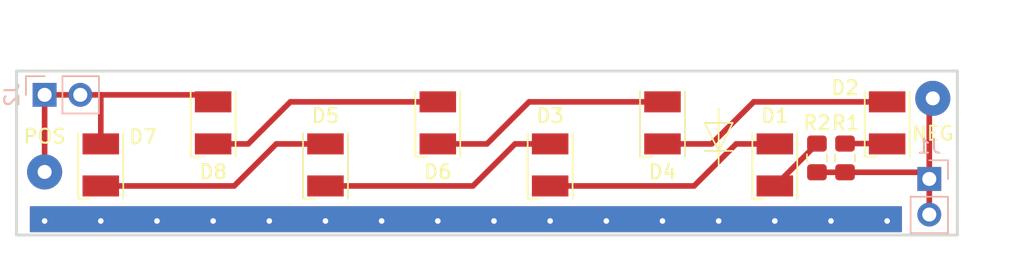
<source format=kicad_pcb>
(kicad_pcb (version 20171130) (host pcbnew "(5.1.6)-1")

  (general
    (thickness 1.6)
    (drawings 12)
    (tracks 50)
    (zones 0)
    (modules 14)
    (nets 11)
  )

  (page A4)
  (layers
    (0 F.Cu signal)
    (31 B.Cu signal)
    (32 B.Adhes user)
    (33 F.Adhes user)
    (34 B.Paste user)
    (35 F.Paste user)
    (36 B.SilkS user)
    (37 F.SilkS user)
    (38 B.Mask user)
    (39 F.Mask user)
    (40 Dwgs.User user)
    (41 Cmts.User user)
    (42 Eco1.User user)
    (43 Eco2.User user)
    (44 Edge.Cuts user)
    (45 Margin user)
    (46 B.CrtYd user)
    (47 F.CrtYd user)
    (48 B.Fab user)
    (49 F.Fab user)
  )

  (setup
    (last_trace_width 0.25)
    (user_trace_width 0.4)
    (trace_clearance 0.2)
    (zone_clearance 0.508)
    (zone_45_only no)
    (trace_min 0.2)
    (via_size 0.8)
    (via_drill 0.4)
    (via_min_size 0.4)
    (via_min_drill 0.3)
    (uvia_size 0.3)
    (uvia_drill 0.1)
    (uvias_allowed no)
    (uvia_min_size 0.2)
    (uvia_min_drill 0.1)
    (edge_width 0.05)
    (segment_width 0.2)
    (pcb_text_width 0.3)
    (pcb_text_size 1.5 1.5)
    (mod_edge_width 0.12)
    (mod_text_size 1 1)
    (mod_text_width 0.15)
    (pad_size 2.49936 2.49936)
    (pad_drill 1.00076)
    (pad_to_mask_clearance 0.05)
    (aux_axis_origin 0 0)
    (grid_origin 88 66)
    (visible_elements 7FFFFFFF)
    (pcbplotparams
      (layerselection 0x010fc_ffffffff)
      (usegerberextensions false)
      (usegerberattributes true)
      (usegerberadvancedattributes true)
      (creategerberjobfile true)
      (excludeedgelayer true)
      (linewidth 0.100000)
      (plotframeref false)
      (viasonmask false)
      (mode 1)
      (useauxorigin false)
      (hpglpennumber 1)
      (hpglpenspeed 20)
      (hpglpendiameter 15.000000)
      (psnegative false)
      (psa4output false)
      (plotreference true)
      (plotvalue true)
      (plotinvisibletext false)
      (padsonsilk false)
      (subtractmaskfromsilk false)
      (outputformat 1)
      (mirror false)
      (drillshape 0)
      (scaleselection 1)
      (outputdirectory "./out"))
  )

  (net 0 "")
  (net 1 "Net-(D1-Pad2)")
  (net 2 "Net-(D1-Pad1)")
  (net 3 "Net-(D2-Pad2)")
  (net 4 "Net-(D2-Pad1)")
  (net 5 "Net-(D3-Pad2)")
  (net 6 "Net-(D4-Pad2)")
  (net 7 "Net-(D5-Pad2)")
  (net 8 "Net-(D6-Pad2)")
  (net 9 /pos)
  (net 10 /neg)

  (net_class Default "This is the default net class."
    (clearance 0.2)
    (trace_width 0.25)
    (via_dia 0.8)
    (via_drill 0.4)
    (uvia_dia 0.3)
    (uvia_drill 0.1)
    (add_net /neg)
    (add_net /pos)
    (add_net "Net-(D1-Pad1)")
    (add_net "Net-(D1-Pad2)")
    (add_net "Net-(D2-Pad1)")
    (add_net "Net-(D2-Pad2)")
    (add_net "Net-(D3-Pad2)")
    (add_net "Net-(D4-Pad2)")
    (add_net "Net-(D5-Pad2)")
    (add_net "Net-(D6-Pad2)")
  )

  (module Connector_Wire:SolderWirePad_1x01_Drill1mm (layer F.Cu) (tedit 60659710) (tstamp 6065AE6E)
    (at 153.25 56.25)
    (descr "Wire solder connection")
    (tags connector)
    (attr virtual)
    (fp_text reference REF** (at 0 -3.81) (layer F.SilkS) hide
      (effects (font (size 1 1) (thickness 0.15)))
    )
    (fp_text value NEG (at 0 2.5) (layer F.SilkS)
      (effects (font (size 1 1) (thickness 0.15)))
    )
    (fp_line (start 1.75 1.75) (end -1.75 1.75) (layer F.CrtYd) (width 0.05))
    (fp_line (start 1.75 1.75) (end 1.75 -1.75) (layer F.CrtYd) (width 0.05))
    (fp_line (start -1.75 -1.75) (end -1.75 1.75) (layer F.CrtYd) (width 0.05))
    (fp_line (start -1.75 -1.75) (end 1.75 -1.75) (layer F.CrtYd) (width 0.05))
    (fp_text user %R (at 0 0) (layer F.Fab) hide
      (effects (font (size 1 1) (thickness 0.15)))
    )
    (pad 1 thru_hole circle (at 0 0) (size 2.49936 2.49936) (drill 1.00076) (layers *.Cu *.Mask)
      (net 10 /neg))
  )

  (module Connector_Wire:SolderWirePad_1x01_Drill1mm (layer F.Cu) (tedit 60659729) (tstamp 60663066)
    (at 90 61.5)
    (descr "Wire solder connection")
    (tags connector)
    (attr virtual)
    (fp_text reference REF** (at 0 -3.81) (layer F.SilkS) hide
      (effects (font (size 1 1) (thickness 0.15)))
    )
    (fp_text value POS (at 0 -2.54) (layer F.SilkS)
      (effects (font (size 1 1) (thickness 0.15)))
    )
    (fp_line (start 1.75 1.75) (end -1.75 1.75) (layer F.CrtYd) (width 0.05))
    (fp_line (start 1.75 1.75) (end 1.75 -1.75) (layer F.CrtYd) (width 0.05))
    (fp_line (start -1.75 -1.75) (end -1.75 1.75) (layer F.CrtYd) (width 0.05))
    (fp_line (start -1.75 -1.75) (end 1.75 -1.75) (layer F.CrtYd) (width 0.05))
    (fp_text user %R (at 0 0) (layer F.Fab) hide
      (effects (font (size 1 1) (thickness 0.15)))
    )
    (pad 1 thru_hole circle (at 0 0) (size 2.49936 2.49936) (drill 1.00076) (layers *.Cu *.Mask)
      (net 9 /pos))
  )

  (module Resistor_SMD:R_0805_2012Metric_Pad1.15x1.40mm_HandSolder (layer F.Cu) (tedit 5B36C52B) (tstamp 60659677)
    (at 145 60.5 270)
    (descr "Resistor SMD 0805 (2012 Metric), square (rectangular) end terminal, IPC_7351 nominal with elongated pad for handsoldering. (Body size source: https://docs.google.com/spreadsheets/d/1BsfQQcO9C6DZCsRaXUlFlo91Tg2WpOkGARC1WS5S8t0/edit?usp=sharing), generated with kicad-footprint-generator")
    (tags "resistor handsolder")
    (path /60661240)
    (attr smd)
    (fp_text reference R2 (at -2.5 0 180) (layer F.SilkS)
      (effects (font (size 1 1) (thickness 0.15)))
    )
    (fp_text value 1R (at 0 1.65 90) (layer F.Fab)
      (effects (font (size 1 1) (thickness 0.15)))
    )
    (fp_line (start 1.85 0.95) (end -1.85 0.95) (layer F.CrtYd) (width 0.05))
    (fp_line (start 1.85 -0.95) (end 1.85 0.95) (layer F.CrtYd) (width 0.05))
    (fp_line (start -1.85 -0.95) (end 1.85 -0.95) (layer F.CrtYd) (width 0.05))
    (fp_line (start -1.85 0.95) (end -1.85 -0.95) (layer F.CrtYd) (width 0.05))
    (fp_line (start -0.261252 0.71) (end 0.261252 0.71) (layer F.SilkS) (width 0.12))
    (fp_line (start -0.261252 -0.71) (end 0.261252 -0.71) (layer F.SilkS) (width 0.12))
    (fp_line (start 1 0.6) (end -1 0.6) (layer F.Fab) (width 0.1))
    (fp_line (start 1 -0.6) (end 1 0.6) (layer F.Fab) (width 0.1))
    (fp_line (start -1 -0.6) (end 1 -0.6) (layer F.Fab) (width 0.1))
    (fp_line (start -1 0.6) (end -1 -0.6) (layer F.Fab) (width 0.1))
    (fp_text user %R (at 0 0 90) (layer F.Fab)
      (effects (font (size 0.5 0.5) (thickness 0.08)))
    )
    (pad 2 smd roundrect (at 1.025 0 270) (size 1.15 1.4) (layers F.Cu F.Paste F.Mask) (roundrect_rratio 0.217391)
      (net 10 /neg))
    (pad 1 smd roundrect (at -1.025 0 270) (size 1.15 1.4) (layers F.Cu F.Paste F.Mask) (roundrect_rratio 0.217391)
      (net 2 "Net-(D1-Pad1)"))
    (model ${KISYS3DMOD}/Resistor_SMD.3dshapes/R_0805_2012Metric.wrl
      (at (xyz 0 0 0))
      (scale (xyz 1 1 1))
      (rotate (xyz 0 0 0))
    )
  )

  (module Resistor_SMD:R_0805_2012Metric_Pad1.15x1.40mm_HandSolder (layer F.Cu) (tedit 5B36C52B) (tstamp 60659666)
    (at 147 60.5 270)
    (descr "Resistor SMD 0805 (2012 Metric), square (rectangular) end terminal, IPC_7351 nominal with elongated pad for handsoldering. (Body size source: https://docs.google.com/spreadsheets/d/1BsfQQcO9C6DZCsRaXUlFlo91Tg2WpOkGARC1WS5S8t0/edit?usp=sharing), generated with kicad-footprint-generator")
    (tags "resistor handsolder")
    (path /6066069E)
    (attr smd)
    (fp_text reference R1 (at -2.5 -0.04 180) (layer F.SilkS)
      (effects (font (size 1 1) (thickness 0.15)))
    )
    (fp_text value 1R (at 0 1.65 90) (layer F.Fab)
      (effects (font (size 1 1) (thickness 0.15)))
    )
    (fp_line (start 1.85 0.95) (end -1.85 0.95) (layer F.CrtYd) (width 0.05))
    (fp_line (start 1.85 -0.95) (end 1.85 0.95) (layer F.CrtYd) (width 0.05))
    (fp_line (start -1.85 -0.95) (end 1.85 -0.95) (layer F.CrtYd) (width 0.05))
    (fp_line (start -1.85 0.95) (end -1.85 -0.95) (layer F.CrtYd) (width 0.05))
    (fp_line (start -0.261252 0.71) (end 0.261252 0.71) (layer F.SilkS) (width 0.12))
    (fp_line (start -0.261252 -0.71) (end 0.261252 -0.71) (layer F.SilkS) (width 0.12))
    (fp_line (start 1 0.6) (end -1 0.6) (layer F.Fab) (width 0.1))
    (fp_line (start 1 -0.6) (end 1 0.6) (layer F.Fab) (width 0.1))
    (fp_line (start -1 -0.6) (end 1 -0.6) (layer F.Fab) (width 0.1))
    (fp_line (start -1 0.6) (end -1 -0.6) (layer F.Fab) (width 0.1))
    (fp_text user %R (at 0 0 90) (layer F.Fab)
      (effects (font (size 0.5 0.5) (thickness 0.08)))
    )
    (pad 2 smd roundrect (at 1.025 0 270) (size 1.15 1.4) (layers F.Cu F.Paste F.Mask) (roundrect_rratio 0.217391)
      (net 10 /neg))
    (pad 1 smd roundrect (at -1.025 0 270) (size 1.15 1.4) (layers F.Cu F.Paste F.Mask) (roundrect_rratio 0.217391)
      (net 4 "Net-(D2-Pad1)"))
    (model ${KISYS3DMOD}/Resistor_SMD.3dshapes/R_0805_2012Metric.wrl
      (at (xyz 0 0 0))
      (scale (xyz 1 1 1))
      (rotate (xyz 0 0 0))
    )
  )

  (module Connector_PinHeader_2.54mm:PinHeader_1x02_P2.54mm_Vertical locked (layer B.Cu) (tedit 59FED5CC) (tstamp 60659655)
    (at 90 56 270)
    (descr "Through hole straight pin header, 1x02, 2.54mm pitch, single row")
    (tags "Through hole pin header THT 1x02 2.54mm single row")
    (path /606596C2)
    (fp_text reference J2 (at 0 2.33 90) (layer B.SilkS)
      (effects (font (size 1 1) (thickness 0.15)) (justify mirror))
    )
    (fp_text value Conn_01x02_Male (at 0 -4.87 90) (layer B.Fab)
      (effects (font (size 1 1) (thickness 0.15)) (justify mirror))
    )
    (fp_line (start 1.8 1.8) (end -1.8 1.8) (layer B.CrtYd) (width 0.05))
    (fp_line (start 1.8 -4.35) (end 1.8 1.8) (layer B.CrtYd) (width 0.05))
    (fp_line (start -1.8 -4.35) (end 1.8 -4.35) (layer B.CrtYd) (width 0.05))
    (fp_line (start -1.8 1.8) (end -1.8 -4.35) (layer B.CrtYd) (width 0.05))
    (fp_line (start -1.33 1.33) (end 0 1.33) (layer B.SilkS) (width 0.12))
    (fp_line (start -1.33 0) (end -1.33 1.33) (layer B.SilkS) (width 0.12))
    (fp_line (start -1.33 -1.27) (end 1.33 -1.27) (layer B.SilkS) (width 0.12))
    (fp_line (start 1.33 -1.27) (end 1.33 -3.87) (layer B.SilkS) (width 0.12))
    (fp_line (start -1.33 -1.27) (end -1.33 -3.87) (layer B.SilkS) (width 0.12))
    (fp_line (start -1.33 -3.87) (end 1.33 -3.87) (layer B.SilkS) (width 0.12))
    (fp_line (start -1.27 0.635) (end -0.635 1.27) (layer B.Fab) (width 0.1))
    (fp_line (start -1.27 -3.81) (end -1.27 0.635) (layer B.Fab) (width 0.1))
    (fp_line (start 1.27 -3.81) (end -1.27 -3.81) (layer B.Fab) (width 0.1))
    (fp_line (start 1.27 1.27) (end 1.27 -3.81) (layer B.Fab) (width 0.1))
    (fp_line (start -0.635 1.27) (end 1.27 1.27) (layer B.Fab) (width 0.1))
    (fp_text user %R (at 0 -1.27 180) (layer B.Fab)
      (effects (font (size 1 1) (thickness 0.15)) (justify mirror))
    )
    (pad 2 thru_hole oval (at 0 -2.54 270) (size 1.7 1.7) (drill 1) (layers *.Cu *.Mask)
      (net 9 /pos))
    (pad 1 thru_hole rect (at 0 0 270) (size 1.7 1.7) (drill 1) (layers *.Cu *.Mask)
      (net 9 /pos))
    (model ${KISYS3DMOD}/Connector_PinHeader_2.54mm.3dshapes/PinHeader_1x02_P2.54mm_Vertical.wrl
      (at (xyz 0 0 0))
      (scale (xyz 1 1 1))
      (rotate (xyz 0 0 0))
    )
  )

  (module Connector_PinHeader_2.54mm:PinHeader_1x02_P2.54mm_Vertical locked (layer B.Cu) (tedit 59FED5CC) (tstamp 6065963F)
    (at 153 62 180)
    (descr "Through hole straight pin header, 1x02, 2.54mm pitch, single row")
    (tags "Through hole pin header THT 1x02 2.54mm single row")
    (path /6065904A)
    (fp_text reference J1 (at 0 2.33) (layer B.SilkS)
      (effects (font (size 1 1) (thickness 0.15)) (justify mirror))
    )
    (fp_text value Conn_01x02_Male (at 0 -4.87) (layer B.Fab)
      (effects (font (size 1 1) (thickness 0.15)) (justify mirror))
    )
    (fp_line (start 1.8 1.8) (end -1.8 1.8) (layer B.CrtYd) (width 0.05))
    (fp_line (start 1.8 -4.35) (end 1.8 1.8) (layer B.CrtYd) (width 0.05))
    (fp_line (start -1.8 -4.35) (end 1.8 -4.35) (layer B.CrtYd) (width 0.05))
    (fp_line (start -1.8 1.8) (end -1.8 -4.35) (layer B.CrtYd) (width 0.05))
    (fp_line (start -1.33 1.33) (end 0 1.33) (layer B.SilkS) (width 0.12))
    (fp_line (start -1.33 0) (end -1.33 1.33) (layer B.SilkS) (width 0.12))
    (fp_line (start -1.33 -1.27) (end 1.33 -1.27) (layer B.SilkS) (width 0.12))
    (fp_line (start 1.33 -1.27) (end 1.33 -3.87) (layer B.SilkS) (width 0.12))
    (fp_line (start -1.33 -1.27) (end -1.33 -3.87) (layer B.SilkS) (width 0.12))
    (fp_line (start -1.33 -3.87) (end 1.33 -3.87) (layer B.SilkS) (width 0.12))
    (fp_line (start -1.27 0.635) (end -0.635 1.27) (layer B.Fab) (width 0.1))
    (fp_line (start -1.27 -3.81) (end -1.27 0.635) (layer B.Fab) (width 0.1))
    (fp_line (start 1.27 -3.81) (end -1.27 -3.81) (layer B.Fab) (width 0.1))
    (fp_line (start 1.27 1.27) (end 1.27 -3.81) (layer B.Fab) (width 0.1))
    (fp_line (start -0.635 1.27) (end 1.27 1.27) (layer B.Fab) (width 0.1))
    (fp_text user %R (at 0 -1.27 270) (layer B.Fab)
      (effects (font (size 1 1) (thickness 0.15)) (justify mirror))
    )
    (pad 2 thru_hole oval (at 0 -2.54 180) (size 1.7 1.7) (drill 1) (layers *.Cu *.Mask)
      (net 10 /neg))
    (pad 1 thru_hole rect (at 0 0 180) (size 1.7 1.7) (drill 1) (layers *.Cu *.Mask)
      (net 10 /neg))
    (model ${KISYS3DMOD}/Connector_PinHeader_2.54mm.3dshapes/PinHeader_1x02_P2.54mm_Vertical.wrl
      (at (xyz 0 0 0))
      (scale (xyz 1 1 1))
      (rotate (xyz 0 0 0))
    )
  )

  (module LED_SMD:LED_PLCC-2 (layer F.Cu) (tedit 59959404) (tstamp 6065A570)
    (at 102 58 90)
    (descr "LED PLCC-2 SMD package")
    (tags "LED PLCC-2 SMD")
    (path /606604C1)
    (attr smd)
    (fp_text reference D8 (at -3.5 0 180) (layer F.SilkS)
      (effects (font (size 1 1) (thickness 0.15)))
    )
    (fp_text value LED (at 0 2.5 90) (layer F.Fab)
      (effects (font (size 1 1) (thickness 0.15)))
    )
    (fp_line (start -2.4 -1.6) (end -2.4 -0.8) (layer F.SilkS) (width 0.12))
    (fp_line (start 2.25 -1.6) (end -2.4 -1.6) (layer F.SilkS) (width 0.12))
    (fp_line (start 2.25 1.6) (end -2.4 1.6) (layer F.SilkS) (width 0.12))
    (fp_line (start -2.65 1.85) (end -2.65 -1.85) (layer F.CrtYd) (width 0.05))
    (fp_line (start 2.5 1.85) (end -2.65 1.85) (layer F.CrtYd) (width 0.05))
    (fp_line (start 2.5 -1.85) (end 2.5 1.85) (layer F.CrtYd) (width 0.05))
    (fp_line (start -2.65 -1.85) (end 2.5 -1.85) (layer F.CrtYd) (width 0.05))
    (fp_line (start -1.7 1.5) (end 1.7 1.5) (layer F.Fab) (width 0.1))
    (fp_line (start -1.7 -1.5) (end -1.7 1.5) (layer F.Fab) (width 0.1))
    (fp_line (start 1.7 -1.5) (end -1.7 -1.5) (layer F.Fab) (width 0.1))
    (fp_line (start 1.7 1.5) (end 1.7 -1.5) (layer F.Fab) (width 0.1))
    (fp_line (start -1.7 -0.6) (end -0.8 -1.5) (layer F.Fab) (width 0.1))
    (fp_circle (center 0 0) (end 0 -1.25) (layer F.Fab) (width 0.1))
    (fp_text user %R (at 0 0 90) (layer F.Fab)
      (effects (font (size 0.4 0.4) (thickness 0.1)))
    )
    (pad 2 smd rect (at 1.5 0 90) (size 1.5 2.6) (layers F.Cu F.Paste F.Mask)
      (net 9 /pos))
    (pad 1 smd rect (at -1.5 0 90) (size 1.5 2.6) (layers F.Cu F.Paste F.Mask)
      (net 8 "Net-(D6-Pad2)"))
    (model ${KISYS3DMOD}/LED_SMD.3dshapes/LED_PLCC-2.wrl
      (at (xyz 0 0 0))
      (scale (xyz 1 1 1))
      (rotate (xyz 0 0 0))
    )
  )

  (module LED_SMD:LED_PLCC-2 (layer F.Cu) (tedit 59959404) (tstamp 6065B0D3)
    (at 94 61 90)
    (descr "LED PLCC-2 SMD package")
    (tags "LED PLCC-2 SMD")
    (path /6065AB8E)
    (attr smd)
    (fp_text reference D7 (at 2 3 180) (layer F.SilkS)
      (effects (font (size 1 1) (thickness 0.15)))
    )
    (fp_text value LED (at 0 2.5 90) (layer F.Fab)
      (effects (font (size 1 1) (thickness 0.15)))
    )
    (fp_line (start -2.4 -1.6) (end -2.4 -0.8) (layer F.SilkS) (width 0.12))
    (fp_line (start 2.25 -1.6) (end -2.4 -1.6) (layer F.SilkS) (width 0.12))
    (fp_line (start 2.25 1.6) (end -2.4 1.6) (layer F.SilkS) (width 0.12))
    (fp_line (start -2.65 1.85) (end -2.65 -1.85) (layer F.CrtYd) (width 0.05))
    (fp_line (start 2.5 1.85) (end -2.65 1.85) (layer F.CrtYd) (width 0.05))
    (fp_line (start 2.5 -1.85) (end 2.5 1.85) (layer F.CrtYd) (width 0.05))
    (fp_line (start -2.65 -1.85) (end 2.5 -1.85) (layer F.CrtYd) (width 0.05))
    (fp_line (start -1.7 1.5) (end 1.7 1.5) (layer F.Fab) (width 0.1))
    (fp_line (start -1.7 -1.5) (end -1.7 1.5) (layer F.Fab) (width 0.1))
    (fp_line (start 1.7 -1.5) (end -1.7 -1.5) (layer F.Fab) (width 0.1))
    (fp_line (start 1.7 1.5) (end 1.7 -1.5) (layer F.Fab) (width 0.1))
    (fp_line (start -1.7 -0.6) (end -0.8 -1.5) (layer F.Fab) (width 0.1))
    (fp_circle (center 0 0) (end 0 -1.25) (layer F.Fab) (width 0.1))
    (fp_text user %R (at 0 0 90) (layer F.Fab)
      (effects (font (size 0.4 0.4) (thickness 0.1)))
    )
    (pad 2 smd rect (at 1.5 0 90) (size 1.5 2.6) (layers F.Cu F.Paste F.Mask)
      (net 9 /pos))
    (pad 1 smd rect (at -1.5 0 90) (size 1.5 2.6) (layers F.Cu F.Paste F.Mask)
      (net 7 "Net-(D5-Pad2)"))
    (model ${KISYS3DMOD}/LED_SMD.3dshapes/LED_PLCC-2.wrl
      (at (xyz 0 0 0))
      (scale (xyz 1 1 1))
      (rotate (xyz 0 0 0))
    )
  )

  (module LED_SMD:LED_PLCC-2 (layer F.Cu) (tedit 59959404) (tstamp 60659601)
    (at 118 58 90)
    (descr "LED PLCC-2 SMD package")
    (tags "LED PLCC-2 SMD")
    (path /606604BB)
    (attr smd)
    (fp_text reference D6 (at -3.5 0 180) (layer F.SilkS)
      (effects (font (size 1 1) (thickness 0.15)))
    )
    (fp_text value LED (at 0 2.5 90) (layer F.Fab)
      (effects (font (size 1 1) (thickness 0.15)))
    )
    (fp_line (start -2.4 -1.6) (end -2.4 -0.8) (layer F.SilkS) (width 0.12))
    (fp_line (start 2.25 -1.6) (end -2.4 -1.6) (layer F.SilkS) (width 0.12))
    (fp_line (start 2.25 1.6) (end -2.4 1.6) (layer F.SilkS) (width 0.12))
    (fp_line (start -2.65 1.85) (end -2.65 -1.85) (layer F.CrtYd) (width 0.05))
    (fp_line (start 2.5 1.85) (end -2.65 1.85) (layer F.CrtYd) (width 0.05))
    (fp_line (start 2.5 -1.85) (end 2.5 1.85) (layer F.CrtYd) (width 0.05))
    (fp_line (start -2.65 -1.85) (end 2.5 -1.85) (layer F.CrtYd) (width 0.05))
    (fp_line (start -1.7 1.5) (end 1.7 1.5) (layer F.Fab) (width 0.1))
    (fp_line (start -1.7 -1.5) (end -1.7 1.5) (layer F.Fab) (width 0.1))
    (fp_line (start 1.7 -1.5) (end -1.7 -1.5) (layer F.Fab) (width 0.1))
    (fp_line (start 1.7 1.5) (end 1.7 -1.5) (layer F.Fab) (width 0.1))
    (fp_line (start -1.7 -0.6) (end -0.8 -1.5) (layer F.Fab) (width 0.1))
    (fp_circle (center 0 0) (end 0 -1.25) (layer F.Fab) (width 0.1))
    (fp_text user %R (at 0 0 90) (layer F.Fab)
      (effects (font (size 0.4 0.4) (thickness 0.1)))
    )
    (pad 2 smd rect (at 1.5 0 90) (size 1.5 2.6) (layers F.Cu F.Paste F.Mask)
      (net 8 "Net-(D6-Pad2)"))
    (pad 1 smd rect (at -1.5 0 90) (size 1.5 2.6) (layers F.Cu F.Paste F.Mask)
      (net 6 "Net-(D4-Pad2)"))
    (model ${KISYS3DMOD}/LED_SMD.3dshapes/LED_PLCC-2.wrl
      (at (xyz 0 0 0))
      (scale (xyz 1 1 1))
      (rotate (xyz 0 0 0))
    )
  )

  (module LED_SMD:LED_PLCC-2 (layer F.Cu) (tedit 59959404) (tstamp 606595ED)
    (at 110 61 90)
    (descr "LED PLCC-2 SMD package")
    (tags "LED PLCC-2 SMD")
    (path /6065A797)
    (attr smd)
    (fp_text reference D5 (at 3.5 0 180) (layer F.SilkS)
      (effects (font (size 1 1) (thickness 0.15)))
    )
    (fp_text value LED (at 0 2.5 90) (layer F.Fab)
      (effects (font (size 1 1) (thickness 0.15)))
    )
    (fp_line (start -2.4 -1.6) (end -2.4 -0.8) (layer F.SilkS) (width 0.12))
    (fp_line (start 2.25 -1.6) (end -2.4 -1.6) (layer F.SilkS) (width 0.12))
    (fp_line (start 2.25 1.6) (end -2.4 1.6) (layer F.SilkS) (width 0.12))
    (fp_line (start -2.65 1.85) (end -2.65 -1.85) (layer F.CrtYd) (width 0.05))
    (fp_line (start 2.5 1.85) (end -2.65 1.85) (layer F.CrtYd) (width 0.05))
    (fp_line (start 2.5 -1.85) (end 2.5 1.85) (layer F.CrtYd) (width 0.05))
    (fp_line (start -2.65 -1.85) (end 2.5 -1.85) (layer F.CrtYd) (width 0.05))
    (fp_line (start -1.7 1.5) (end 1.7 1.5) (layer F.Fab) (width 0.1))
    (fp_line (start -1.7 -1.5) (end -1.7 1.5) (layer F.Fab) (width 0.1))
    (fp_line (start 1.7 -1.5) (end -1.7 -1.5) (layer F.Fab) (width 0.1))
    (fp_line (start 1.7 1.5) (end 1.7 -1.5) (layer F.Fab) (width 0.1))
    (fp_line (start -1.7 -0.6) (end -0.8 -1.5) (layer F.Fab) (width 0.1))
    (fp_circle (center 0 0) (end 0 -1.25) (layer F.Fab) (width 0.1))
    (fp_text user %R (at 0 0 90) (layer F.Fab)
      (effects (font (size 0.4 0.4) (thickness 0.1)))
    )
    (pad 2 smd rect (at 1.5 0 90) (size 1.5 2.6) (layers F.Cu F.Paste F.Mask)
      (net 7 "Net-(D5-Pad2)"))
    (pad 1 smd rect (at -1.5 0 90) (size 1.5 2.6) (layers F.Cu F.Paste F.Mask)
      (net 5 "Net-(D3-Pad2)"))
    (model ${KISYS3DMOD}/LED_SMD.3dshapes/LED_PLCC-2.wrl
      (at (xyz 0 0 0))
      (scale (xyz 1 1 1))
      (rotate (xyz 0 0 0))
    )
  )

  (module LED_SMD:LED_PLCC-2 (layer F.Cu) (tedit 59959404) (tstamp 606595D9)
    (at 134 58 90)
    (descr "LED PLCC-2 SMD package")
    (tags "LED PLCC-2 SMD")
    (path /606604B5)
    (attr smd)
    (fp_text reference D4 (at -3.5 0 180) (layer F.SilkS)
      (effects (font (size 1 1) (thickness 0.15)))
    )
    (fp_text value LED (at 0 2.5 90) (layer F.Fab)
      (effects (font (size 1 1) (thickness 0.15)))
    )
    (fp_line (start -2.4 -1.6) (end -2.4 -0.8) (layer F.SilkS) (width 0.12))
    (fp_line (start 2.25 -1.6) (end -2.4 -1.6) (layer F.SilkS) (width 0.12))
    (fp_line (start 2.25 1.6) (end -2.4 1.6) (layer F.SilkS) (width 0.12))
    (fp_line (start -2.65 1.85) (end -2.65 -1.85) (layer F.CrtYd) (width 0.05))
    (fp_line (start 2.5 1.85) (end -2.65 1.85) (layer F.CrtYd) (width 0.05))
    (fp_line (start 2.5 -1.85) (end 2.5 1.85) (layer F.CrtYd) (width 0.05))
    (fp_line (start -2.65 -1.85) (end 2.5 -1.85) (layer F.CrtYd) (width 0.05))
    (fp_line (start -1.7 1.5) (end 1.7 1.5) (layer F.Fab) (width 0.1))
    (fp_line (start -1.7 -1.5) (end -1.7 1.5) (layer F.Fab) (width 0.1))
    (fp_line (start 1.7 -1.5) (end -1.7 -1.5) (layer F.Fab) (width 0.1))
    (fp_line (start 1.7 1.5) (end 1.7 -1.5) (layer F.Fab) (width 0.1))
    (fp_line (start -1.7 -0.6) (end -0.8 -1.5) (layer F.Fab) (width 0.1))
    (fp_circle (center 0 0) (end 0 -1.25) (layer F.Fab) (width 0.1))
    (fp_text user %R (at 0 0 90) (layer F.Fab)
      (effects (font (size 0.4 0.4) (thickness 0.1)))
    )
    (pad 2 smd rect (at 1.5 0 90) (size 1.5 2.6) (layers F.Cu F.Paste F.Mask)
      (net 6 "Net-(D4-Pad2)"))
    (pad 1 smd rect (at -1.5 0 90) (size 1.5 2.6) (layers F.Cu F.Paste F.Mask)
      (net 3 "Net-(D2-Pad2)"))
    (model ${KISYS3DMOD}/LED_SMD.3dshapes/LED_PLCC-2.wrl
      (at (xyz 0 0 0))
      (scale (xyz 1 1 1))
      (rotate (xyz 0 0 0))
    )
  )

  (module LED_SMD:LED_PLCC-2 (layer F.Cu) (tedit 59959404) (tstamp 606595C5)
    (at 126 61 90)
    (descr "LED PLCC-2 SMD package")
    (tags "LED PLCC-2 SMD")
    (path /6065A388)
    (attr smd)
    (fp_text reference D3 (at 3.5 0 180) (layer F.SilkS)
      (effects (font (size 1 1) (thickness 0.15)))
    )
    (fp_text value LED (at 0 2.5 90) (layer F.Fab)
      (effects (font (size 1 1) (thickness 0.15)))
    )
    (fp_line (start -2.4 -1.6) (end -2.4 -0.8) (layer F.SilkS) (width 0.12))
    (fp_line (start 2.25 -1.6) (end -2.4 -1.6) (layer F.SilkS) (width 0.12))
    (fp_line (start 2.25 1.6) (end -2.4 1.6) (layer F.SilkS) (width 0.12))
    (fp_line (start -2.65 1.85) (end -2.65 -1.85) (layer F.CrtYd) (width 0.05))
    (fp_line (start 2.5 1.85) (end -2.65 1.85) (layer F.CrtYd) (width 0.05))
    (fp_line (start 2.5 -1.85) (end 2.5 1.85) (layer F.CrtYd) (width 0.05))
    (fp_line (start -2.65 -1.85) (end 2.5 -1.85) (layer F.CrtYd) (width 0.05))
    (fp_line (start -1.7 1.5) (end 1.7 1.5) (layer F.Fab) (width 0.1))
    (fp_line (start -1.7 -1.5) (end -1.7 1.5) (layer F.Fab) (width 0.1))
    (fp_line (start 1.7 -1.5) (end -1.7 -1.5) (layer F.Fab) (width 0.1))
    (fp_line (start 1.7 1.5) (end 1.7 -1.5) (layer F.Fab) (width 0.1))
    (fp_line (start -1.7 -0.6) (end -0.8 -1.5) (layer F.Fab) (width 0.1))
    (fp_circle (center 0 0) (end 0 -1.25) (layer F.Fab) (width 0.1))
    (fp_text user %R (at 0 0 90) (layer F.Fab)
      (effects (font (size 0.4 0.4) (thickness 0.1)))
    )
    (pad 2 smd rect (at 1.5 0 90) (size 1.5 2.6) (layers F.Cu F.Paste F.Mask)
      (net 5 "Net-(D3-Pad2)"))
    (pad 1 smd rect (at -1.5 0 90) (size 1.5 2.6) (layers F.Cu F.Paste F.Mask)
      (net 1 "Net-(D1-Pad2)"))
    (model ${KISYS3DMOD}/LED_SMD.3dshapes/LED_PLCC-2.wrl
      (at (xyz 0 0 0))
      (scale (xyz 1 1 1))
      (rotate (xyz 0 0 0))
    )
  )

  (module LED_SMD:LED_PLCC-2 (layer F.Cu) (tedit 59959404) (tstamp 606599D5)
    (at 150 58 90)
    (descr "LED PLCC-2 SMD package")
    (tags "LED PLCC-2 SMD")
    (path /606604AF)
    (attr smd)
    (fp_text reference D2 (at 2.5 -3 180) (layer F.SilkS)
      (effects (font (size 1 1) (thickness 0.15)))
    )
    (fp_text value LED (at 0 2.5 90) (layer F.Fab)
      (effects (font (size 1 1) (thickness 0.15)))
    )
    (fp_line (start -2.4 -1.6) (end -2.4 -0.8) (layer F.SilkS) (width 0.12))
    (fp_line (start 2.25 -1.6) (end -2.4 -1.6) (layer F.SilkS) (width 0.12))
    (fp_line (start 2.25 1.6) (end -2.4 1.6) (layer F.SilkS) (width 0.12))
    (fp_line (start -2.65 1.85) (end -2.65 -1.85) (layer F.CrtYd) (width 0.05))
    (fp_line (start 2.5 1.85) (end -2.65 1.85) (layer F.CrtYd) (width 0.05))
    (fp_line (start 2.5 -1.85) (end 2.5 1.85) (layer F.CrtYd) (width 0.05))
    (fp_line (start -2.65 -1.85) (end 2.5 -1.85) (layer F.CrtYd) (width 0.05))
    (fp_line (start -1.7 1.5) (end 1.7 1.5) (layer F.Fab) (width 0.1))
    (fp_line (start -1.7 -1.5) (end -1.7 1.5) (layer F.Fab) (width 0.1))
    (fp_line (start 1.7 -1.5) (end -1.7 -1.5) (layer F.Fab) (width 0.1))
    (fp_line (start 1.7 1.5) (end 1.7 -1.5) (layer F.Fab) (width 0.1))
    (fp_line (start -1.7 -0.6) (end -0.8 -1.5) (layer F.Fab) (width 0.1))
    (fp_circle (center 0 0) (end 0 -1.25) (layer F.Fab) (width 0.1))
    (fp_text user %R (at 0 0 90) (layer F.Fab)
      (effects (font (size 0.4 0.4) (thickness 0.1)))
    )
    (pad 2 smd rect (at 1.5 0 90) (size 1.5 2.6) (layers F.Cu F.Paste F.Mask)
      (net 3 "Net-(D2-Pad2)"))
    (pad 1 smd rect (at -1.5 0 90) (size 1.5 2.6) (layers F.Cu F.Paste F.Mask)
      (net 4 "Net-(D2-Pad1)"))
    (model ${KISYS3DMOD}/LED_SMD.3dshapes/LED_PLCC-2.wrl
      (at (xyz 0 0 0))
      (scale (xyz 1 1 1))
      (rotate (xyz 0 0 0))
    )
  )

  (module LED_SMD:LED_PLCC-2 (layer F.Cu) (tedit 59959404) (tstamp 6065959D)
    (at 142 61 90)
    (descr "LED PLCC-2 SMD package")
    (tags "LED PLCC-2 SMD")
    (path /60659DC9)
    (attr smd)
    (fp_text reference D1 (at 3.5 0 180) (layer F.SilkS)
      (effects (font (size 1 1) (thickness 0.15)))
    )
    (fp_text value LED (at 0 2.5 90) (layer F.Fab)
      (effects (font (size 1 1) (thickness 0.15)))
    )
    (fp_line (start -2.4 -1.6) (end -2.4 -0.8) (layer F.SilkS) (width 0.12))
    (fp_line (start 2.25 -1.6) (end -2.4 -1.6) (layer F.SilkS) (width 0.12))
    (fp_line (start 2.25 1.6) (end -2.4 1.6) (layer F.SilkS) (width 0.12))
    (fp_line (start -2.65 1.85) (end -2.65 -1.85) (layer F.CrtYd) (width 0.05))
    (fp_line (start 2.5 1.85) (end -2.65 1.85) (layer F.CrtYd) (width 0.05))
    (fp_line (start 2.5 -1.85) (end 2.5 1.85) (layer F.CrtYd) (width 0.05))
    (fp_line (start -2.65 -1.85) (end 2.5 -1.85) (layer F.CrtYd) (width 0.05))
    (fp_line (start -1.7 1.5) (end 1.7 1.5) (layer F.Fab) (width 0.1))
    (fp_line (start -1.7 -1.5) (end -1.7 1.5) (layer F.Fab) (width 0.1))
    (fp_line (start 1.7 -1.5) (end -1.7 -1.5) (layer F.Fab) (width 0.1))
    (fp_line (start 1.7 1.5) (end 1.7 -1.5) (layer F.Fab) (width 0.1))
    (fp_line (start -1.7 -0.6) (end -0.8 -1.5) (layer F.Fab) (width 0.1))
    (fp_circle (center 0 0) (end 0 -1.25) (layer F.Fab) (width 0.1))
    (fp_text user %R (at 0 0 90) (layer F.Fab)
      (effects (font (size 0.4 0.4) (thickness 0.1)))
    )
    (pad 2 smd rect (at 1.5 0 90) (size 1.5 2.6) (layers F.Cu F.Paste F.Mask)
      (net 1 "Net-(D1-Pad2)"))
    (pad 1 smd rect (at -1.5 0 90) (size 1.5 2.6) (layers F.Cu F.Paste F.Mask)
      (net 2 "Net-(D1-Pad1)"))
    (model ${KISYS3DMOD}/LED_SMD.3dshapes/LED_PLCC-2.wrl
      (at (xyz 0 0 0))
      (scale (xyz 1 1 1))
      (rotate (xyz 0 0 0))
    )
  )

  (gr_line (start 137 60) (end 139 60) (layer F.SilkS) (width 0.12))
  (gr_line (start 138 60) (end 137 58) (layer F.SilkS) (width 0.12) (tstamp 6065B0A8))
  (gr_line (start 139 58) (end 138 60) (layer F.SilkS) (width 0.12))
  (gr_line (start 137 58) (end 139 58) (layer F.SilkS) (width 0.12))
  (gr_line (start 138 57) (end 138 61) (layer F.SilkS) (width 0.12))
  (gr_poly (pts (xy 151 65.75) (xy 89 65.75) (xy 89 64) (xy 151 64)) (layer F.Mask) (width 0.1) (tstamp 6065AF2E))
  (gr_poly (pts (xy 151 65.75) (xy 89 65.75) (xy 89 64) (xy 151 64)) (layer B.Cu) (width 0.1) (tstamp 6065AF2E))
  (gr_poly (pts (xy 151 65.75) (xy 89 65.75) (xy 89 64) (xy 151 64)) (layer F.Cu) (width 0.1))
  (gr_line (start 88 66) (end 88 54.3) (layer Edge.Cuts) (width 0.2) (tstamp 6065A472))
  (gr_line (start 155 66) (end 88 66) (layer Edge.Cuts) (width 0.2))
  (gr_line (start 155 54.3) (end 155 66) (layer Edge.Cuts) (width 0.2))
  (gr_line (start 88 54.3) (end 155 54.3) (layer Edge.Cuts) (width 0.2))

  (via (at 90 65) (size 0.8) (drill 0.4) (layers F.Cu B.Cu) (net 0))
  (via (at 94 65) (size 0.8) (drill 0.4) (layers F.Cu B.Cu) (net 0))
  (via (at 98 65) (size 0.8) (drill 0.4) (layers F.Cu B.Cu) (net 0))
  (via (at 102 65) (size 0.8) (drill 0.4) (layers F.Cu B.Cu) (net 0))
  (via (at 106 65) (size 0.8) (drill 0.4) (layers F.Cu B.Cu) (net 0))
  (via (at 110 65) (size 0.8) (drill 0.4) (layers F.Cu B.Cu) (net 0))
  (via (at 114 65) (size 0.8) (drill 0.4) (layers F.Cu B.Cu) (net 0))
  (via (at 118 65) (size 0.8) (drill 0.4) (layers F.Cu B.Cu) (net 0))
  (via (at 122 65) (size 0.8) (drill 0.4) (layers F.Cu B.Cu) (net 0))
  (via (at 126 65) (size 0.8) (drill 0.4) (layers F.Cu B.Cu) (net 0))
  (via (at 130 65) (size 0.8) (drill 0.4) (layers F.Cu B.Cu) (net 0))
  (via (at 134 65) (size 0.8) (drill 0.4) (layers F.Cu B.Cu) (net 0))
  (via (at 138 65) (size 0.8) (drill 0.4) (layers F.Cu B.Cu) (net 0))
  (via (at 142 65) (size 0.8) (drill 0.4) (layers F.Cu B.Cu) (net 0))
  (via (at 146 65) (size 0.8) (drill 0.4) (layers F.Cu B.Cu) (net 0))
  (via (at 150 65) (size 0.8) (drill 0.4) (layers F.Cu B.Cu) (net 0))
  (segment (start 142 59.5) (end 139.25 59.5) (width 0.4) (layer F.Cu) (net 1))
  (segment (start 136.25 62.5) (end 126 62.5) (width 0.4) (layer F.Cu) (net 1))
  (segment (start 139.25 59.5) (end 136.25 62.5) (width 0.4) (layer F.Cu) (net 1))
  (segment (start 145 59.5) (end 142 62.5) (width 0.4) (layer F.Cu) (net 2))
  (segment (start 145 59.475) (end 145 59.5) (width 0.4) (layer F.Cu) (net 2))
  (segment (start 137.5 59.5) (end 134 59.5) (width 0.4) (layer F.Cu) (net 3))
  (segment (start 150 56.5) (end 140.5 56.5) (width 0.4) (layer F.Cu) (net 3))
  (segment (start 140.5 56.5) (end 137.5 59.5) (width 0.4) (layer F.Cu) (net 3))
  (segment (start 149.975 59.475) (end 150 59.5) (width 0.4) (layer F.Cu) (net 4))
  (segment (start 147 59.475) (end 149.975 59.475) (width 0.4) (layer F.Cu) (net 4))
  (segment (start 126 59.5) (end 123.5 59.5) (width 0.4) (layer F.Cu) (net 5))
  (segment (start 120.5 62.5) (end 110 62.5) (width 0.4) (layer F.Cu) (net 5))
  (segment (start 123.5 59.5) (end 120.5 62.5) (width 0.4) (layer F.Cu) (net 5))
  (segment (start 134 56.5) (end 124.5 56.5) (width 0.4) (layer F.Cu) (net 6))
  (segment (start 121.5 59.5) (end 118 59.5) (width 0.4) (layer F.Cu) (net 6))
  (segment (start 124.5 56.5) (end 121.5 59.5) (width 0.4) (layer F.Cu) (net 6))
  (segment (start 103.5 62.5) (end 94 62.5) (width 0.4) (layer F.Cu) (net 7))
  (segment (start 110 59.5) (end 106.5 59.5) (width 0.4) (layer F.Cu) (net 7))
  (segment (start 106.5 59.5) (end 103.5 62.5) (width 0.4) (layer F.Cu) (net 7))
  (segment (start 104.5 59.5) (end 102 59.5) (width 0.4) (layer F.Cu) (net 8))
  (segment (start 118 56.5) (end 107.5 56.5) (width 0.4) (layer F.Cu) (net 8))
  (segment (start 107.5 56.5) (end 104.5 59.5) (width 0.4) (layer F.Cu) (net 8))
  (segment (start 90 56) (end 92.54 56) (width 0.4) (layer F.Cu) (net 9))
  (segment (start 101.5 56) (end 102 56.5) (width 0.4) (layer F.Cu) (net 9))
  (segment (start 94 59.5) (end 94 56) (width 0.4) (layer F.Cu) (net 9))
  (segment (start 92.54 56) (end 94 56) (width 0.4) (layer F.Cu) (net 9))
  (segment (start 94 56) (end 101.5 56) (width 0.4) (layer F.Cu) (net 9))
  (segment (start 90 61.5) (end 90 56) (width 0.4) (layer F.Cu) (net 9))
  (segment (start 153 64.54) (end 153 62) (width 0.4) (layer F.Cu) (net 10))
  (segment (start 152.525 61.525) (end 153 62) (width 0.4) (layer F.Cu) (net 10))
  (segment (start 147 61.525) (end 152.525 61.525) (width 0.4) (layer F.Cu) (net 10))
  (segment (start 145 61.525) (end 147 61.525) (width 0.4) (layer F.Cu) (net 10))
  (segment (start 153 56.5) (end 153.25 56.25) (width 0.4) (layer F.Cu) (net 10))
  (segment (start 153 62) (end 153 56.5) (width 0.4) (layer F.Cu) (net 10))

)

</source>
